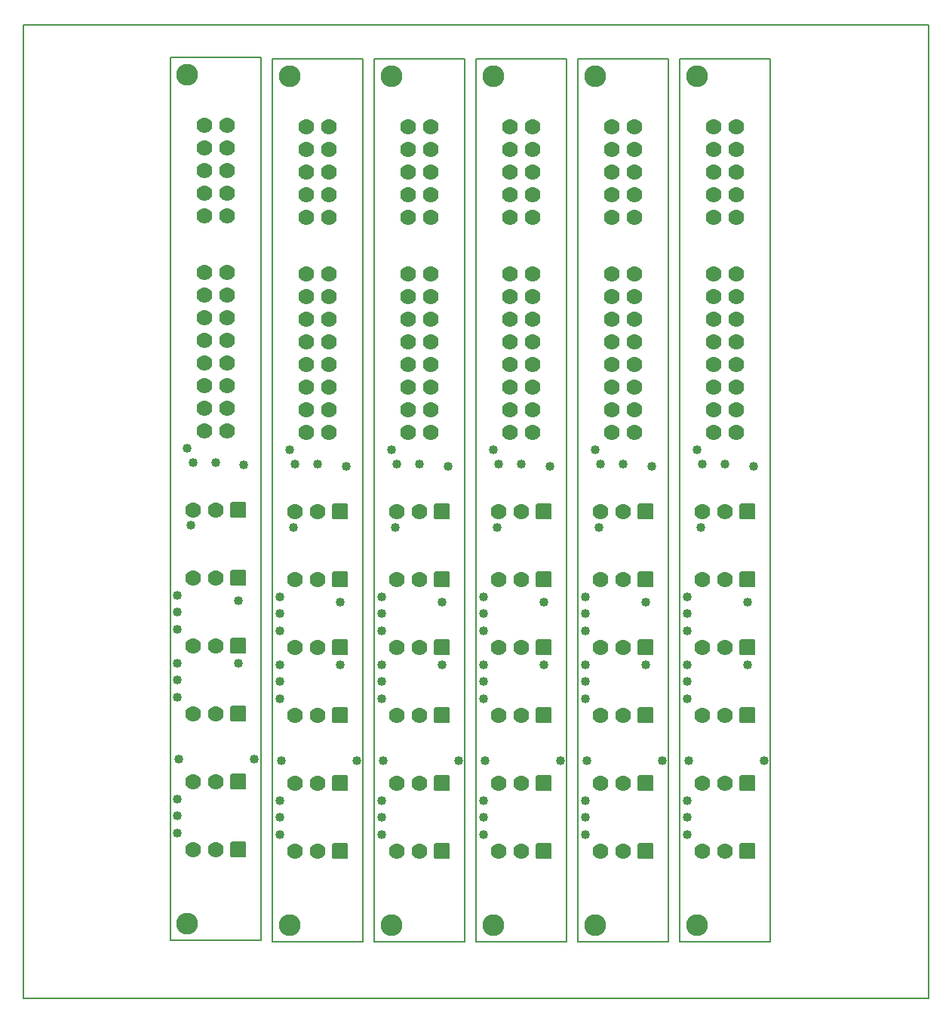
<source format=gbs>
G04 PROTEUS RS274X GERBER FILE*
%FSLAX45Y45*%
%MOMM*%
G01*
%ADD13C,0.203200*%
%ADD21C,1.016000*%
%ADD22C,2.454000*%
%ADD23C,1.778000*%
%AMPPAD016*
4,1,36,
0.762000,0.889000,
-0.762000,0.889000,
-0.787970,0.886470,
-0.811980,0.879200,
-0.833580,0.867650,
-0.852290,0.852290,
-0.867650,0.833570,
-0.879200,0.811980,
-0.886470,0.787970,
-0.889000,0.762000,
-0.889000,-0.762000,
-0.886470,-0.787970,
-0.879200,-0.811980,
-0.867650,-0.833570,
-0.852290,-0.852290,
-0.833580,-0.867650,
-0.811980,-0.879200,
-0.787970,-0.886470,
-0.762000,-0.889000,
0.762000,-0.889000,
0.787970,-0.886470,
0.811980,-0.879200,
0.833580,-0.867650,
0.852290,-0.852290,
0.867650,-0.833570,
0.879200,-0.811980,
0.886470,-0.787970,
0.889000,-0.762000,
0.889000,0.762000,
0.886470,0.787970,
0.879200,0.811980,
0.867650,0.833570,
0.852290,0.852290,
0.833580,0.867650,
0.811980,0.879200,
0.787970,0.886470,
0.762000,0.889000,
0*%
%ADD24PPAD016*%
D13*
X-3435294Y-2648588D02*
X-2419294Y-2648588D01*
X-2419294Y+7257412D01*
X-3435294Y+7257412D01*
X-3435294Y-2648588D01*
X-3435294Y-2648588D01*
X-2286000Y-2667000D02*
X-1270000Y-2667000D01*
X-1270000Y+7239000D01*
X-2286000Y+7239000D01*
X-2286000Y-2667000D01*
X-2286000Y-2667000D01*
X-1143000Y-2667000D02*
X-127000Y-2667000D01*
X-127000Y+7239000D01*
X-1143000Y+7239000D01*
X-1143000Y-2667000D01*
X-1143000Y-2667000D01*
X+0Y-2667000D02*
X+1016000Y-2667000D01*
X+1016000Y+7239000D01*
X+0Y+7239000D01*
X+0Y-2667000D01*
X+0Y-2667000D01*
X+1143000Y-2667000D02*
X+2159000Y-2667000D01*
X+2159000Y+7239000D01*
X+1143000Y+7239000D01*
X+1143000Y-2667000D01*
X+1143000Y-2667000D01*
X+2286000Y-2667000D02*
X+3302000Y-2667000D01*
X+3302000Y+7239000D01*
X+2286000Y+7239000D01*
X+2286000Y-2667000D01*
X+2286000Y-2667000D01*
D21*
X-3181294Y+2715892D03*
X-3351474Y-1442088D03*
X-3351474Y-1251588D03*
X-3351474Y-1061088D03*
X-3351474Y+462912D03*
X-3351474Y+272412D03*
X-3351474Y+81912D03*
X-3351474Y+843912D03*
X-3351474Y+1034412D03*
X-3351474Y+1224912D03*
X-3338774Y-616588D03*
X-3199223Y+2007829D03*
X-2927294Y+2715892D03*
X-2609794Y+2685412D03*
X-3244794Y+2875912D03*
X-2673294Y+1161412D03*
X-2673294Y+462912D03*
X-2492884Y-610262D03*
D22*
X-3244794Y+7066912D03*
X-3244794Y-2458088D03*
D23*
X-3054294Y+5479412D03*
X-2800294Y+5479412D03*
X-3054294Y+5733412D03*
X-2800294Y+5733412D03*
X-3054294Y+5987412D03*
X-2800294Y+5987412D03*
X-3054294Y+6241412D03*
X-2800294Y+6241412D03*
X-3054294Y+6495412D03*
X-2800294Y+6495412D03*
X-3054294Y+3066412D03*
X-2800294Y+3066412D03*
X-3054294Y+3320412D03*
X-2800294Y+3320412D03*
X-3054294Y+3574412D03*
X-2800294Y+3574412D03*
X-3054294Y+3828412D03*
X-2800294Y+3828412D03*
X-3054294Y+4082412D03*
X-2800294Y+4082412D03*
X-3054294Y+4336412D03*
X-2800294Y+4336412D03*
X-3054294Y+4590412D03*
X-2800294Y+4590412D03*
X-3054294Y+4844412D03*
X-2800294Y+4844412D03*
D24*
X-2673294Y+2177412D03*
D23*
X-2927294Y+2177412D03*
X-3181294Y+2177412D03*
D24*
X-2673294Y+1415412D03*
D23*
X-2927294Y+1415412D03*
X-3181294Y+1415412D03*
D24*
X-2673294Y+653412D03*
D23*
X-2927294Y+653412D03*
X-3181294Y+653412D03*
D24*
X-2673294Y-108588D03*
D23*
X-2927294Y-108588D03*
X-3181294Y-108588D03*
D24*
X-2673294Y-870588D03*
D23*
X-2927294Y-870588D03*
X-3181294Y-870588D03*
D24*
X-2673294Y-1632588D03*
D23*
X-2927294Y-1632588D03*
X-3181294Y-1632588D03*
D21*
X-2032000Y+2697480D03*
X-2202180Y-1460500D03*
X-2202180Y-1270000D03*
X-2202180Y-1079500D03*
X-2202180Y+444500D03*
X-2202180Y+254000D03*
X-2202180Y+63500D03*
X-2202180Y+825500D03*
X-2202180Y+1016000D03*
X-2202180Y+1206500D03*
X-2189480Y-635000D03*
X-2049929Y+1989417D03*
X-1778000Y+2697480D03*
X-1460500Y+2667000D03*
X-2095500Y+2857500D03*
X-1524000Y+1143000D03*
X-1524000Y+444500D03*
X-1343590Y-628674D03*
D22*
X-2095500Y+7048500D03*
X-2095500Y-2476500D03*
D23*
X-1905000Y+5461000D03*
X-1651000Y+5461000D03*
X-1905000Y+5715000D03*
X-1651000Y+5715000D03*
X-1905000Y+5969000D03*
X-1651000Y+5969000D03*
X-1905000Y+6223000D03*
X-1651000Y+6223000D03*
X-1905000Y+6477000D03*
X-1651000Y+6477000D03*
X-1905000Y+3048000D03*
X-1651000Y+3048000D03*
X-1905000Y+3302000D03*
X-1651000Y+3302000D03*
X-1905000Y+3556000D03*
X-1651000Y+3556000D03*
X-1905000Y+3810000D03*
X-1651000Y+3810000D03*
X-1905000Y+4064000D03*
X-1651000Y+4064000D03*
X-1905000Y+4318000D03*
X-1651000Y+4318000D03*
X-1905000Y+4572000D03*
X-1651000Y+4572000D03*
X-1905000Y+4826000D03*
X-1651000Y+4826000D03*
D24*
X-1524000Y+2159000D03*
D23*
X-1778000Y+2159000D03*
X-2032000Y+2159000D03*
D24*
X-1524000Y+1397000D03*
D23*
X-1778000Y+1397000D03*
X-2032000Y+1397000D03*
D24*
X-1524000Y+635000D03*
D23*
X-1778000Y+635000D03*
X-2032000Y+635000D03*
D24*
X-1524000Y-127000D03*
D23*
X-1778000Y-127000D03*
X-2032000Y-127000D03*
D24*
X-1524000Y-889000D03*
D23*
X-1778000Y-889000D03*
X-2032000Y-889000D03*
D24*
X-1524000Y-1651000D03*
D23*
X-1778000Y-1651000D03*
X-2032000Y-1651000D03*
D21*
X-889000Y+2697480D03*
X-1059180Y-1460500D03*
X-1059180Y-1270000D03*
X-1059180Y-1079500D03*
X-1059180Y+444500D03*
X-1059180Y+254000D03*
X-1059180Y+63500D03*
X-1059180Y+825500D03*
X-1059180Y+1016000D03*
X-1059180Y+1206500D03*
X-1046480Y-635000D03*
X-906929Y+1989417D03*
X-635000Y+2697480D03*
X-317500Y+2667000D03*
X-952500Y+2857500D03*
X-381000Y+1143000D03*
X-381000Y+444500D03*
X-200590Y-628674D03*
D22*
X-952500Y+7048500D03*
X-952500Y-2476500D03*
D23*
X-762000Y+5461000D03*
X-508000Y+5461000D03*
X-762000Y+5715000D03*
X-508000Y+5715000D03*
X-762000Y+5969000D03*
X-508000Y+5969000D03*
X-762000Y+6223000D03*
X-508000Y+6223000D03*
X-762000Y+6477000D03*
X-508000Y+6477000D03*
X-762000Y+3048000D03*
X-508000Y+3048000D03*
X-762000Y+3302000D03*
X-508000Y+3302000D03*
X-762000Y+3556000D03*
X-508000Y+3556000D03*
X-762000Y+3810000D03*
X-508000Y+3810000D03*
X-762000Y+4064000D03*
X-508000Y+4064000D03*
X-762000Y+4318000D03*
X-508000Y+4318000D03*
X-762000Y+4572000D03*
X-508000Y+4572000D03*
X-762000Y+4826000D03*
X-508000Y+4826000D03*
D24*
X-381000Y+2159000D03*
D23*
X-635000Y+2159000D03*
X-889000Y+2159000D03*
D24*
X-381000Y+1397000D03*
D23*
X-635000Y+1397000D03*
X-889000Y+1397000D03*
D24*
X-381000Y+635000D03*
D23*
X-635000Y+635000D03*
X-889000Y+635000D03*
D24*
X-381000Y-127000D03*
D23*
X-635000Y-127000D03*
X-889000Y-127000D03*
D24*
X-381000Y-889000D03*
D23*
X-635000Y-889000D03*
X-889000Y-889000D03*
D24*
X-381000Y-1651000D03*
D23*
X-635000Y-1651000D03*
X-889000Y-1651000D03*
D21*
X+254000Y+2697480D03*
X+83820Y-1460500D03*
X+83820Y-1270000D03*
X+83820Y-1079500D03*
X+83820Y+444500D03*
X+83820Y+254000D03*
X+83820Y+63500D03*
X+83820Y+825500D03*
X+83820Y+1016000D03*
X+83820Y+1206500D03*
X+96520Y-635000D03*
X+236071Y+1989417D03*
X+508000Y+2697480D03*
X+825500Y+2667000D03*
X+190500Y+2857500D03*
X+762000Y+1143000D03*
X+762000Y+444500D03*
X+942410Y-628674D03*
D22*
X+190500Y+7048500D03*
X+190500Y-2476500D03*
D23*
X+381000Y+5461000D03*
X+635000Y+5461000D03*
X+381000Y+5715000D03*
X+635000Y+5715000D03*
X+381000Y+5969000D03*
X+635000Y+5969000D03*
X+381000Y+6223000D03*
X+635000Y+6223000D03*
X+381000Y+6477000D03*
X+635000Y+6477000D03*
X+381000Y+3048000D03*
X+635000Y+3048000D03*
X+381000Y+3302000D03*
X+635000Y+3302000D03*
X+381000Y+3556000D03*
X+635000Y+3556000D03*
X+381000Y+3810000D03*
X+635000Y+3810000D03*
X+381000Y+4064000D03*
X+635000Y+4064000D03*
X+381000Y+4318000D03*
X+635000Y+4318000D03*
X+381000Y+4572000D03*
X+635000Y+4572000D03*
X+381000Y+4826000D03*
X+635000Y+4826000D03*
D24*
X+762000Y+2159000D03*
D23*
X+508000Y+2159000D03*
X+254000Y+2159000D03*
D24*
X+762000Y+1397000D03*
D23*
X+508000Y+1397000D03*
X+254000Y+1397000D03*
D24*
X+762000Y+635000D03*
D23*
X+508000Y+635000D03*
X+254000Y+635000D03*
D24*
X+762000Y-127000D03*
D23*
X+508000Y-127000D03*
X+254000Y-127000D03*
D24*
X+762000Y-889000D03*
D23*
X+508000Y-889000D03*
X+254000Y-889000D03*
D24*
X+762000Y-1651000D03*
D23*
X+508000Y-1651000D03*
X+254000Y-1651000D03*
D21*
X+1397000Y+2697480D03*
X+1226820Y-1460500D03*
X+1226820Y-1270000D03*
X+1226820Y-1079500D03*
X+1226820Y+444500D03*
X+1226820Y+254000D03*
X+1226820Y+63500D03*
X+1226820Y+825500D03*
X+1226820Y+1016000D03*
X+1226820Y+1206500D03*
X+1239520Y-635000D03*
X+1379071Y+1989417D03*
X+1651000Y+2697480D03*
X+1968500Y+2667000D03*
X+1333500Y+2857500D03*
X+1905000Y+1143000D03*
X+1905000Y+444500D03*
X+2085410Y-628674D03*
D22*
X+1333500Y+7048500D03*
X+1333500Y-2476500D03*
D23*
X+1524000Y+5461000D03*
X+1778000Y+5461000D03*
X+1524000Y+5715000D03*
X+1778000Y+5715000D03*
X+1524000Y+5969000D03*
X+1778000Y+5969000D03*
X+1524000Y+6223000D03*
X+1778000Y+6223000D03*
X+1524000Y+6477000D03*
X+1778000Y+6477000D03*
X+1524000Y+3048000D03*
X+1778000Y+3048000D03*
X+1524000Y+3302000D03*
X+1778000Y+3302000D03*
X+1524000Y+3556000D03*
X+1778000Y+3556000D03*
X+1524000Y+3810000D03*
X+1778000Y+3810000D03*
X+1524000Y+4064000D03*
X+1778000Y+4064000D03*
X+1524000Y+4318000D03*
X+1778000Y+4318000D03*
X+1524000Y+4572000D03*
X+1778000Y+4572000D03*
X+1524000Y+4826000D03*
X+1778000Y+4826000D03*
D24*
X+1905000Y+2159000D03*
D23*
X+1651000Y+2159000D03*
X+1397000Y+2159000D03*
D24*
X+1905000Y+1397000D03*
D23*
X+1651000Y+1397000D03*
X+1397000Y+1397000D03*
D24*
X+1905000Y+635000D03*
D23*
X+1651000Y+635000D03*
X+1397000Y+635000D03*
D24*
X+1905000Y-127000D03*
D23*
X+1651000Y-127000D03*
X+1397000Y-127000D03*
D24*
X+1905000Y-889000D03*
D23*
X+1651000Y-889000D03*
X+1397000Y-889000D03*
D24*
X+1905000Y-1651000D03*
D23*
X+1651000Y-1651000D03*
X+1397000Y-1651000D03*
D21*
X+2540000Y+2697480D03*
X+2369820Y-1460500D03*
X+2369820Y-1270000D03*
X+2369820Y-1079500D03*
X+2369820Y+444500D03*
X+2369820Y+254000D03*
X+2369820Y+63500D03*
X+2369820Y+825500D03*
X+2369820Y+1016000D03*
X+2369820Y+1206500D03*
X+2382520Y-635000D03*
X+2522071Y+1989417D03*
X+2794000Y+2697480D03*
X+3111500Y+2667000D03*
X+2476500Y+2857500D03*
X+3048000Y+1143000D03*
X+3048000Y+444500D03*
X+3228410Y-628674D03*
D22*
X+2476500Y+7048500D03*
X+2476500Y-2476500D03*
D23*
X+2667000Y+5461000D03*
X+2921000Y+5461000D03*
X+2667000Y+5715000D03*
X+2921000Y+5715000D03*
X+2667000Y+5969000D03*
X+2921000Y+5969000D03*
X+2667000Y+6223000D03*
X+2921000Y+6223000D03*
X+2667000Y+6477000D03*
X+2921000Y+6477000D03*
X+2667000Y+3048000D03*
X+2921000Y+3048000D03*
X+2667000Y+3302000D03*
X+2921000Y+3302000D03*
X+2667000Y+3556000D03*
X+2921000Y+3556000D03*
X+2667000Y+3810000D03*
X+2921000Y+3810000D03*
X+2667000Y+4064000D03*
X+2921000Y+4064000D03*
X+2667000Y+4318000D03*
X+2921000Y+4318000D03*
X+2667000Y+4572000D03*
X+2921000Y+4572000D03*
X+2667000Y+4826000D03*
X+2921000Y+4826000D03*
D24*
X+3048000Y+2159000D03*
D23*
X+2794000Y+2159000D03*
X+2540000Y+2159000D03*
D24*
X+3048000Y+1397000D03*
D23*
X+2794000Y+1397000D03*
X+2540000Y+1397000D03*
D24*
X+3048000Y+635000D03*
D23*
X+2794000Y+635000D03*
X+2540000Y+635000D03*
D24*
X+3048000Y-127000D03*
D23*
X+2794000Y-127000D03*
X+2540000Y-127000D03*
D24*
X+3048000Y-889000D03*
D23*
X+2794000Y-889000D03*
X+2540000Y-889000D03*
D24*
X+3048000Y-1651000D03*
D23*
X+2794000Y-1651000D03*
X+2540000Y-1651000D03*
D13*
X-5080000Y-3302000D02*
X+5080000Y-3302000D01*
X+5080000Y+7620000D01*
X-5080000Y+7620000D01*
X-5080000Y-3302000D01*
M02*

</source>
